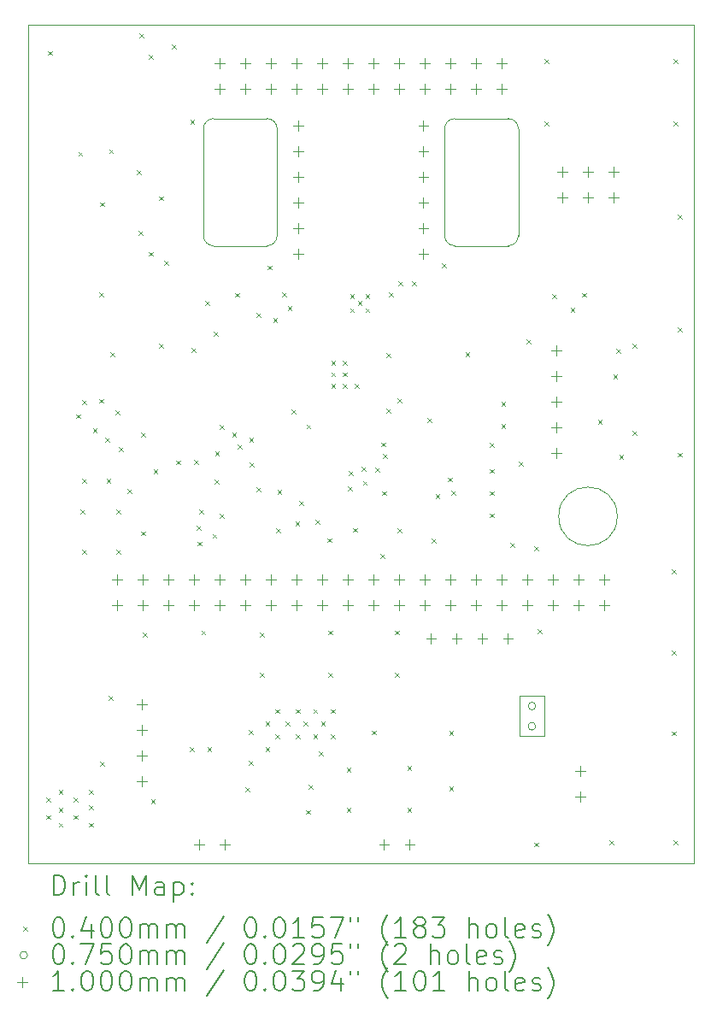
<source format=gbr>
%FSLAX45Y45*%
G04 Gerber Fmt 4.5, Leading zero omitted, Abs format (unit mm)*
G04 Created by KiCad (PCBNEW (6.0.0-0)) date 2022-06-02 03:35:11*
%MOMM*%
%LPD*%
G01*
G04 APERTURE LIST*
%TA.AperFunction,Profile*%
%ADD10C,0.050000*%
%TD*%
%TA.AperFunction,Profile*%
%ADD11C,0.100000*%
%TD*%
%ADD12C,0.200000*%
%ADD13C,0.040000*%
%ADD14C,0.075000*%
%ADD15C,0.100000*%
G04 APERTURE END LIST*
D10*
X10370100Y-8190000D02*
G75*
G03*
X10470100Y-8090000I0J100000D01*
G01*
D11*
X13120000Y-13049500D02*
X12870000Y-13049500D01*
X12870000Y-13049500D02*
X12870000Y-12649500D01*
X12870000Y-12649500D02*
X13120000Y-12649500D01*
X13120000Y-12649500D02*
X13120000Y-13049500D01*
D10*
X12229900Y-8190000D02*
X12759900Y-8190000D01*
X12229900Y-6930000D02*
G75*
G03*
X12129900Y-7030000I0J-100000D01*
G01*
X10370100Y-6930000D02*
X9840100Y-6930000D01*
X10470100Y-8090000D02*
X10470100Y-7030000D01*
X12859900Y-8090000D02*
X12859900Y-7030000D01*
X9740100Y-8090000D02*
G75*
G03*
X9840100Y-8190000I100000J0D01*
G01*
X8000000Y-14310000D02*
X8000000Y-6000000D01*
X10470100Y-7030000D02*
G75*
G03*
X10370100Y-6930000I-100000J0D01*
G01*
D11*
X13840000Y-10870000D02*
G75*
G03*
X13840000Y-10870000I-290000J0D01*
G01*
D10*
X12859900Y-7030000D02*
G75*
G03*
X12759900Y-6930000I-100000J0D01*
G01*
X12229900Y-6930000D02*
X12759900Y-6930000D01*
X12129900Y-8090000D02*
G75*
G03*
X12229900Y-8190000I100000J0D01*
G01*
X9840100Y-6930000D02*
G75*
G03*
X9740100Y-7030000I0J-100000D01*
G01*
X14600000Y-14310000D02*
X8000000Y-14310000D01*
X12129900Y-7030000D02*
X12129900Y-8090000D01*
X14600000Y-6000000D02*
X14600000Y-14310000D01*
X9740100Y-7030000D02*
X9740100Y-8090000D01*
X9840100Y-8190000D02*
X10370100Y-8190000D01*
X12759900Y-8190000D02*
G75*
G03*
X12859900Y-8090000I0J100000D01*
G01*
X8000000Y-6000000D02*
X14600000Y-6000000D01*
D12*
D13*
X8180000Y-13655000D02*
X8220000Y-13695000D01*
X8220000Y-13655000D02*
X8180000Y-13695000D01*
X8180000Y-13830000D02*
X8220000Y-13870000D01*
X8220000Y-13830000D02*
X8180000Y-13870000D01*
X8200000Y-6260000D02*
X8240000Y-6300000D01*
X8240000Y-6260000D02*
X8200000Y-6300000D01*
X8305000Y-13580000D02*
X8345000Y-13620000D01*
X8345000Y-13580000D02*
X8305000Y-13620000D01*
X8305000Y-13755000D02*
X8345000Y-13795000D01*
X8345000Y-13755000D02*
X8305000Y-13795000D01*
X8305000Y-13905000D02*
X8345000Y-13945000D01*
X8345000Y-13905000D02*
X8305000Y-13945000D01*
X8455000Y-13655000D02*
X8495000Y-13695000D01*
X8495000Y-13655000D02*
X8455000Y-13695000D01*
X8455000Y-13830000D02*
X8495000Y-13870000D01*
X8495000Y-13830000D02*
X8455000Y-13870000D01*
X8480000Y-9860000D02*
X8520000Y-9900000D01*
X8520000Y-9860000D02*
X8480000Y-9900000D01*
X8500000Y-7260000D02*
X8540000Y-7300000D01*
X8540000Y-7260000D02*
X8500000Y-7300000D01*
X8520000Y-10800000D02*
X8560000Y-10840000D01*
X8560000Y-10800000D02*
X8520000Y-10840000D01*
X8540000Y-9720000D02*
X8580000Y-9760000D01*
X8580000Y-9720000D02*
X8540000Y-9760000D01*
X8540000Y-10500000D02*
X8580000Y-10540000D01*
X8580000Y-10500000D02*
X8540000Y-10540000D01*
X8540000Y-11200000D02*
X8580000Y-11240000D01*
X8580000Y-11200000D02*
X8540000Y-11240000D01*
X8605000Y-13580000D02*
X8645000Y-13620000D01*
X8645000Y-13580000D02*
X8605000Y-13620000D01*
X8605000Y-13730000D02*
X8645000Y-13770000D01*
X8645000Y-13730000D02*
X8605000Y-13770000D01*
X8605000Y-13905000D02*
X8645000Y-13945000D01*
X8645000Y-13905000D02*
X8605000Y-13945000D01*
X8645000Y-10000000D02*
X8685000Y-10040000D01*
X8685000Y-10000000D02*
X8645000Y-10040000D01*
X8705000Y-8655000D02*
X8745000Y-8695000D01*
X8745000Y-8655000D02*
X8705000Y-8695000D01*
X8707500Y-9707000D02*
X8747500Y-9747000D01*
X8747500Y-9707000D02*
X8707500Y-9747000D01*
X8715000Y-7760000D02*
X8755000Y-7800000D01*
X8755000Y-7760000D02*
X8715000Y-7800000D01*
X8715400Y-13298300D02*
X8755400Y-13338300D01*
X8755400Y-13298300D02*
X8715400Y-13338300D01*
X8770000Y-10090000D02*
X8810000Y-10130000D01*
X8810000Y-10090000D02*
X8770000Y-10130000D01*
X8780000Y-10500000D02*
X8820000Y-10540000D01*
X8820000Y-10500000D02*
X8780000Y-10540000D01*
X8802500Y-12646700D02*
X8842500Y-12686700D01*
X8842500Y-12646700D02*
X8802500Y-12686700D01*
X8805000Y-7235000D02*
X8845000Y-7275000D01*
X8845000Y-7235000D02*
X8805000Y-7275000D01*
X8820000Y-9245000D02*
X8860000Y-9285000D01*
X8860000Y-9245000D02*
X8820000Y-9285000D01*
X8870000Y-9820000D02*
X8910000Y-9860000D01*
X8910000Y-9820000D02*
X8870000Y-9860000D01*
X8880000Y-10800000D02*
X8920000Y-10840000D01*
X8920000Y-10800000D02*
X8880000Y-10840000D01*
X8880000Y-11200000D02*
X8920000Y-11240000D01*
X8920000Y-11200000D02*
X8880000Y-11240000D01*
X8900000Y-10185000D02*
X8940000Y-10225000D01*
X8940000Y-10185000D02*
X8900000Y-10225000D01*
X8985000Y-10600000D02*
X9025000Y-10640000D01*
X9025000Y-10600000D02*
X8985000Y-10640000D01*
X9080000Y-7440000D02*
X9120000Y-7480000D01*
X9120000Y-7440000D02*
X9080000Y-7480000D01*
X9100000Y-8040000D02*
X9140000Y-8080000D01*
X9140000Y-8040000D02*
X9100000Y-8080000D01*
X9105000Y-6090000D02*
X9145000Y-6130000D01*
X9145000Y-6090000D02*
X9105000Y-6130000D01*
X9120000Y-10040000D02*
X9160000Y-10080000D01*
X9160000Y-10040000D02*
X9120000Y-10080000D01*
X9120000Y-11020000D02*
X9160000Y-11060000D01*
X9160000Y-11020000D02*
X9120000Y-11060000D01*
X9140000Y-12020000D02*
X9180000Y-12060000D01*
X9180000Y-12020000D02*
X9140000Y-12060000D01*
X9200000Y-6300000D02*
X9240000Y-6340000D01*
X9240000Y-6300000D02*
X9200000Y-6340000D01*
X9200000Y-8250000D02*
X9240000Y-8290000D01*
X9240000Y-8250000D02*
X9200000Y-8290000D01*
X9220500Y-13670500D02*
X9260500Y-13710500D01*
X9260500Y-13670500D02*
X9220500Y-13710500D01*
X9245000Y-10405000D02*
X9285000Y-10445000D01*
X9285000Y-10405000D02*
X9245000Y-10445000D01*
X9300000Y-7700000D02*
X9340000Y-7740000D01*
X9340000Y-7700000D02*
X9300000Y-7740000D01*
X9300000Y-9160000D02*
X9340000Y-9200000D01*
X9340000Y-9160000D02*
X9300000Y-9200000D01*
X9350000Y-8340000D02*
X9390000Y-8380000D01*
X9390000Y-8340000D02*
X9350000Y-8380000D01*
X9425000Y-6195000D02*
X9465000Y-6235000D01*
X9465000Y-6195000D02*
X9425000Y-6235000D01*
X9468000Y-10316200D02*
X9508000Y-10356200D01*
X9508000Y-10316200D02*
X9468000Y-10356200D01*
X9605000Y-13155000D02*
X9645000Y-13195000D01*
X9645000Y-13155000D02*
X9605000Y-13195000D01*
X9610000Y-6940000D02*
X9650000Y-6980000D01*
X9650000Y-6940000D02*
X9610000Y-6980000D01*
X9620000Y-9200000D02*
X9660000Y-9240000D01*
X9660000Y-9200000D02*
X9620000Y-9240000D01*
X9648500Y-10309200D02*
X9688500Y-10349200D01*
X9688500Y-10309200D02*
X9648500Y-10349200D01*
X9672600Y-10963400D02*
X9712600Y-11003400D01*
X9712600Y-10963400D02*
X9672600Y-11003400D01*
X9683400Y-11119900D02*
X9723400Y-11159900D01*
X9723400Y-11119900D02*
X9683400Y-11159900D01*
X9698600Y-10800300D02*
X9738600Y-10840300D01*
X9738600Y-10800300D02*
X9698600Y-10840300D01*
X9720000Y-12000000D02*
X9760000Y-12040000D01*
X9760000Y-12000000D02*
X9720000Y-12040000D01*
X9760000Y-8735000D02*
X9800000Y-8775000D01*
X9800000Y-8735000D02*
X9760000Y-8775000D01*
X9780000Y-13155000D02*
X9820000Y-13195000D01*
X9820000Y-13155000D02*
X9780000Y-13195000D01*
X9829600Y-11045200D02*
X9869600Y-11085200D01*
X9869600Y-11045200D02*
X9829600Y-11085200D01*
X9840000Y-9040000D02*
X9880000Y-9080000D01*
X9880000Y-9040000D02*
X9840000Y-9080000D01*
X9849000Y-10506500D02*
X9889000Y-10546500D01*
X9889000Y-10506500D02*
X9849000Y-10546500D01*
X9856000Y-10230200D02*
X9896000Y-10270200D01*
X9896000Y-10230200D02*
X9856000Y-10270200D01*
X9899400Y-10846300D02*
X9939400Y-10886300D01*
X9939400Y-10846300D02*
X9899400Y-10886300D01*
X9903800Y-9966100D02*
X9943800Y-10006100D01*
X9943800Y-9966100D02*
X9903800Y-10006100D01*
X10025200Y-10038200D02*
X10065200Y-10078200D01*
X10065200Y-10038200D02*
X10025200Y-10078200D01*
X10053600Y-8656800D02*
X10093600Y-8696800D01*
X10093600Y-8656800D02*
X10053600Y-8696800D01*
X10081300Y-10158800D02*
X10121300Y-10198800D01*
X10121300Y-10158800D02*
X10081300Y-10198800D01*
X10155000Y-13555000D02*
X10195000Y-13595000D01*
X10195000Y-13555000D02*
X10155000Y-13595000D01*
X10188700Y-13289700D02*
X10228700Y-13329700D01*
X10228700Y-13289700D02*
X10188700Y-13329700D01*
X10191900Y-12989000D02*
X10231900Y-13029000D01*
X10231900Y-12989000D02*
X10191900Y-13029000D01*
X10195000Y-10090000D02*
X10235000Y-10130000D01*
X10235000Y-10090000D02*
X10195000Y-10130000D01*
X10196100Y-10336200D02*
X10236100Y-10376200D01*
X10236100Y-10336200D02*
X10196100Y-10376200D01*
X10266000Y-10584500D02*
X10306000Y-10624500D01*
X10306000Y-10584500D02*
X10266000Y-10624500D01*
X10268800Y-8853700D02*
X10308800Y-8893700D01*
X10308800Y-8853700D02*
X10268800Y-8893700D01*
X10300000Y-12020000D02*
X10340000Y-12060000D01*
X10340000Y-12020000D02*
X10300000Y-12060000D01*
X10300000Y-12420000D02*
X10340000Y-12460000D01*
X10340000Y-12420000D02*
X10300000Y-12460000D01*
X10355000Y-12905000D02*
X10395000Y-12945000D01*
X10395000Y-12905000D02*
X10355000Y-12945000D01*
X10355000Y-13155000D02*
X10395000Y-13195000D01*
X10395000Y-13155000D02*
X10355000Y-13195000D01*
X10378500Y-8385400D02*
X10418500Y-8425400D01*
X10418500Y-8385400D02*
X10378500Y-8425400D01*
X10430000Y-8905000D02*
X10470000Y-8945000D01*
X10470000Y-8905000D02*
X10430000Y-8945000D01*
X10455000Y-12780000D02*
X10495000Y-12820000D01*
X10495000Y-12780000D02*
X10455000Y-12820000D01*
X10455000Y-13030000D02*
X10495000Y-13070000D01*
X10495000Y-13030000D02*
X10455000Y-13070000D01*
X10459600Y-10986500D02*
X10499600Y-11026500D01*
X10499600Y-10986500D02*
X10459600Y-11026500D01*
X10473200Y-10607450D02*
X10513200Y-10647450D01*
X10513200Y-10607450D02*
X10473200Y-10647450D01*
X10521900Y-8655400D02*
X10561900Y-8695400D01*
X10561900Y-8655400D02*
X10521900Y-8695400D01*
X10555000Y-12905000D02*
X10595000Y-12945000D01*
X10595000Y-12905000D02*
X10555000Y-12945000D01*
X10575000Y-8785000D02*
X10615000Y-8825000D01*
X10615000Y-8785000D02*
X10575000Y-8825000D01*
X10610900Y-9810400D02*
X10650900Y-9850400D01*
X10650900Y-9810400D02*
X10610900Y-9850400D01*
X10651400Y-10921100D02*
X10691400Y-10961100D01*
X10691400Y-10921100D02*
X10651400Y-10961100D01*
X10655000Y-12780000D02*
X10695000Y-12820000D01*
X10695000Y-12780000D02*
X10655000Y-12820000D01*
X10655000Y-13030000D02*
X10695000Y-13070000D01*
X10695000Y-13030000D02*
X10655000Y-13070000D01*
X10688800Y-10716200D02*
X10728800Y-10756200D01*
X10728800Y-10716200D02*
X10688800Y-10756200D01*
X10730000Y-12905000D02*
X10770000Y-12945000D01*
X10770000Y-12905000D02*
X10730000Y-12945000D01*
X10755000Y-13780000D02*
X10795000Y-13820000D01*
X10795000Y-13780000D02*
X10755000Y-13820000D01*
X10760000Y-9960000D02*
X10800000Y-10000000D01*
X10800000Y-9960000D02*
X10760000Y-10000000D01*
X10780000Y-13530000D02*
X10820000Y-13570000D01*
X10820000Y-13530000D02*
X10780000Y-13570000D01*
X10830000Y-12780000D02*
X10870000Y-12820000D01*
X10870000Y-12780000D02*
X10830000Y-12820000D01*
X10830000Y-13030000D02*
X10870000Y-13070000D01*
X10870000Y-13030000D02*
X10830000Y-13070000D01*
X10848000Y-10904100D02*
X10888000Y-10944100D01*
X10888000Y-10904100D02*
X10848000Y-10944100D01*
X10881500Y-13199400D02*
X10921500Y-13239400D01*
X10921500Y-13199400D02*
X10881500Y-13239400D01*
X10905000Y-12905000D02*
X10945000Y-12945000D01*
X10945000Y-12905000D02*
X10905000Y-12945000D01*
X10970500Y-11087700D02*
X11010500Y-11127700D01*
X11010500Y-11087700D02*
X10970500Y-11127700D01*
X10980000Y-12000000D02*
X11020000Y-12040000D01*
X11020000Y-12000000D02*
X10980000Y-12040000D01*
X10980000Y-12420000D02*
X11020000Y-12460000D01*
X11020000Y-12420000D02*
X10980000Y-12460000D01*
X11005000Y-12780000D02*
X11045000Y-12820000D01*
X11045000Y-12780000D02*
X11005000Y-12820000D01*
X11005000Y-13030000D02*
X11045000Y-13070000D01*
X11045000Y-13030000D02*
X11005000Y-13070000D01*
X11007000Y-9328000D02*
X11047000Y-9368000D01*
X11047000Y-9328000D02*
X11007000Y-9368000D01*
X11007000Y-9444000D02*
X11047000Y-9484000D01*
X11047000Y-9444000D02*
X11007000Y-9484000D01*
X11007000Y-9560000D02*
X11047000Y-9600000D01*
X11047000Y-9560000D02*
X11007000Y-9600000D01*
X11123000Y-9328000D02*
X11163000Y-9368000D01*
X11163000Y-9328000D02*
X11123000Y-9368000D01*
X11123000Y-9444000D02*
X11163000Y-9484000D01*
X11163000Y-9444000D02*
X11123000Y-9484000D01*
X11123000Y-9560000D02*
X11163000Y-9600000D01*
X11163000Y-9560000D02*
X11123000Y-9600000D01*
X11160000Y-13360000D02*
X11200000Y-13400000D01*
X11200000Y-13360000D02*
X11160000Y-13400000D01*
X11160000Y-13760000D02*
X11200000Y-13800000D01*
X11200000Y-13760000D02*
X11160000Y-13800000D01*
X11173470Y-10575070D02*
X11213470Y-10615070D01*
X11213470Y-10575070D02*
X11173470Y-10615070D01*
X11177800Y-10421800D02*
X11217800Y-10461800D01*
X11217800Y-10421800D02*
X11177800Y-10461800D01*
X11194000Y-8666500D02*
X11234000Y-8706500D01*
X11234000Y-8666500D02*
X11194000Y-8706500D01*
X11194000Y-8808500D02*
X11234000Y-8848500D01*
X11234000Y-8808500D02*
X11194000Y-8848500D01*
X11222000Y-10984300D02*
X11262000Y-11024300D01*
X11262000Y-10984300D02*
X11222000Y-11024300D01*
X11239000Y-9560000D02*
X11279000Y-9600000D01*
X11279000Y-9560000D02*
X11239000Y-9600000D01*
X11270000Y-8737500D02*
X11310000Y-8777500D01*
X11310000Y-8737500D02*
X11270000Y-8777500D01*
X11309400Y-10377300D02*
X11349400Y-10417300D01*
X11349400Y-10377300D02*
X11309400Y-10417300D01*
X11319800Y-10518800D02*
X11359800Y-10558800D01*
X11359800Y-10518800D02*
X11319800Y-10558800D01*
X11346000Y-8666500D02*
X11386000Y-8706500D01*
X11386000Y-8666500D02*
X11346000Y-8706500D01*
X11346000Y-8808500D02*
X11386000Y-8848500D01*
X11386000Y-8808500D02*
X11346000Y-8848500D01*
X11410200Y-12991800D02*
X11450200Y-13031800D01*
X11450200Y-12991800D02*
X11410200Y-13031800D01*
X11444400Y-10390500D02*
X11484400Y-10430500D01*
X11484400Y-10390500D02*
X11444400Y-10430500D01*
X11492800Y-11240200D02*
X11532800Y-11280200D01*
X11532800Y-11240200D02*
X11492800Y-11280200D01*
X11500100Y-10137300D02*
X11540100Y-10177300D01*
X11540100Y-10137300D02*
X11500100Y-10177300D01*
X11509400Y-10621700D02*
X11549400Y-10661700D01*
X11549400Y-10621700D02*
X11509400Y-10661700D01*
X11521100Y-10255600D02*
X11561100Y-10295600D01*
X11561100Y-10255600D02*
X11521100Y-10295600D01*
X11553700Y-9801800D02*
X11593700Y-9841800D01*
X11593700Y-9801800D02*
X11553700Y-9841800D01*
X11555000Y-9255000D02*
X11595000Y-9295000D01*
X11595000Y-9255000D02*
X11555000Y-9295000D01*
X11580000Y-8655000D02*
X11620000Y-8695000D01*
X11620000Y-8655000D02*
X11580000Y-8695000D01*
X11640000Y-12000000D02*
X11680000Y-12040000D01*
X11680000Y-12000000D02*
X11640000Y-12040000D01*
X11640000Y-12420000D02*
X11680000Y-12460000D01*
X11680000Y-12420000D02*
X11640000Y-12460000D01*
X11661000Y-9700500D02*
X11701000Y-9740500D01*
X11701000Y-9700500D02*
X11661000Y-9740500D01*
X11661500Y-10987500D02*
X11701500Y-11027500D01*
X11701500Y-10987500D02*
X11661500Y-11027500D01*
X11671900Y-8543100D02*
X11711900Y-8583100D01*
X11711900Y-8543100D02*
X11671900Y-8583100D01*
X11760000Y-13340000D02*
X11800000Y-13380000D01*
X11800000Y-13340000D02*
X11760000Y-13380000D01*
X11760000Y-13760000D02*
X11800000Y-13800000D01*
X11800000Y-13760000D02*
X11760000Y-13800000D01*
X11809400Y-8544000D02*
X11849400Y-8584000D01*
X11849400Y-8544000D02*
X11809400Y-8584000D01*
X11961300Y-9898000D02*
X12001300Y-9938000D01*
X12001300Y-9898000D02*
X11961300Y-9938000D01*
X11999400Y-11087800D02*
X12039400Y-11127800D01*
X12039400Y-11087800D02*
X11999400Y-11127800D01*
X12040000Y-10650000D02*
X12080000Y-10690000D01*
X12080000Y-10650000D02*
X12040000Y-10690000D01*
X12102500Y-8363700D02*
X12142500Y-8403700D01*
X12142500Y-8363700D02*
X12102500Y-8403700D01*
X12164800Y-10485600D02*
X12204800Y-10525600D01*
X12204800Y-10485600D02*
X12164800Y-10525600D01*
X12175700Y-12998300D02*
X12215700Y-13038300D01*
X12215700Y-12998300D02*
X12175700Y-13038300D01*
X12175700Y-13546500D02*
X12215700Y-13586500D01*
X12215700Y-13546500D02*
X12175700Y-13586500D01*
X12194000Y-10614000D02*
X12234000Y-10654000D01*
X12234000Y-10614000D02*
X12194000Y-10654000D01*
X12335000Y-9243600D02*
X12375000Y-9283600D01*
X12375000Y-9243600D02*
X12335000Y-9283600D01*
X12580000Y-10140000D02*
X12620000Y-10180000D01*
X12620000Y-10140000D02*
X12580000Y-10180000D01*
X12580000Y-10400000D02*
X12620000Y-10440000D01*
X12620000Y-10400000D02*
X12580000Y-10440000D01*
X12580000Y-10620000D02*
X12620000Y-10660000D01*
X12620000Y-10620000D02*
X12580000Y-10660000D01*
X12580000Y-10840000D02*
X12620000Y-10880000D01*
X12620000Y-10840000D02*
X12580000Y-10880000D01*
X12691300Y-9738400D02*
X12731300Y-9778400D01*
X12731300Y-9738400D02*
X12691300Y-9778400D01*
X12692700Y-9954300D02*
X12732700Y-9994300D01*
X12732700Y-9954300D02*
X12692700Y-9994300D01*
X12779300Y-11136000D02*
X12819300Y-11176000D01*
X12819300Y-11136000D02*
X12779300Y-11176000D01*
X12864400Y-10331200D02*
X12904400Y-10371200D01*
X12904400Y-10331200D02*
X12864400Y-10371200D01*
X12940000Y-9120000D02*
X12980000Y-9160000D01*
X12980000Y-9120000D02*
X12940000Y-9160000D01*
X13015300Y-11168700D02*
X13055300Y-11208700D01*
X13055300Y-11168700D02*
X13015300Y-11208700D01*
X13020000Y-14100000D02*
X13060000Y-14140000D01*
X13060000Y-14100000D02*
X13020000Y-14140000D01*
X13049400Y-11988900D02*
X13089400Y-12028900D01*
X13089400Y-11988900D02*
X13049400Y-12028900D01*
X13120000Y-6340000D02*
X13160000Y-6380000D01*
X13160000Y-6340000D02*
X13120000Y-6380000D01*
X13120000Y-6960000D02*
X13160000Y-7000000D01*
X13160000Y-6960000D02*
X13120000Y-7000000D01*
X13197700Y-8667100D02*
X13237700Y-8707100D01*
X13237700Y-8667100D02*
X13197700Y-8707100D01*
X13376400Y-8802200D02*
X13416400Y-8842200D01*
X13416400Y-8802200D02*
X13376400Y-8842200D01*
X13492100Y-8657300D02*
X13532100Y-8697300D01*
X13532100Y-8657300D02*
X13492100Y-8697300D01*
X13647900Y-9911300D02*
X13687900Y-9951300D01*
X13687900Y-9911300D02*
X13647900Y-9951300D01*
X13760000Y-14080000D02*
X13800000Y-14120000D01*
X13800000Y-14080000D02*
X13760000Y-14120000D01*
X13799600Y-9463000D02*
X13839600Y-9503000D01*
X13839600Y-9463000D02*
X13799600Y-9503000D01*
X13832700Y-9209000D02*
X13872700Y-9249000D01*
X13872700Y-9209000D02*
X13832700Y-9249000D01*
X13860000Y-10260000D02*
X13900000Y-10300000D01*
X13900000Y-10260000D02*
X13860000Y-10300000D01*
X13992200Y-10026600D02*
X14032200Y-10066600D01*
X14032200Y-10026600D02*
X13992200Y-10066600D01*
X13993900Y-9159200D02*
X14033900Y-9199200D01*
X14033900Y-9159200D02*
X13993900Y-9199200D01*
X14378300Y-11398300D02*
X14418300Y-11438300D01*
X14418300Y-11398300D02*
X14378300Y-11438300D01*
X14380000Y-12200000D02*
X14420000Y-12240000D01*
X14420000Y-12200000D02*
X14380000Y-12240000D01*
X14380000Y-13000000D02*
X14420000Y-13040000D01*
X14420000Y-13000000D02*
X14380000Y-13040000D01*
X14400000Y-6340000D02*
X14440000Y-6380000D01*
X14440000Y-6340000D02*
X14400000Y-6380000D01*
X14400000Y-6960000D02*
X14440000Y-7000000D01*
X14440000Y-6960000D02*
X14400000Y-7000000D01*
X14400000Y-14080000D02*
X14440000Y-14120000D01*
X14440000Y-14080000D02*
X14400000Y-14120000D01*
X14440000Y-7880000D02*
X14480000Y-7920000D01*
X14480000Y-7880000D02*
X14440000Y-7920000D01*
X14440000Y-9000000D02*
X14480000Y-9040000D01*
X14480000Y-9000000D02*
X14440000Y-9040000D01*
X14440000Y-10240000D02*
X14480000Y-10280000D01*
X14480000Y-10240000D02*
X14440000Y-10280000D01*
D14*
X13032500Y-12749500D02*
G75*
G03*
X13032500Y-12749500I-37500J0D01*
G01*
X13032500Y-12949500D02*
G75*
G03*
X13032500Y-12949500I-37500J0D01*
G01*
D15*
X8887000Y-11443400D02*
X8887000Y-11543400D01*
X8837000Y-11493400D02*
X8937000Y-11493400D01*
X8887000Y-11697400D02*
X8887000Y-11797400D01*
X8837000Y-11747400D02*
X8937000Y-11747400D01*
X9130000Y-12679300D02*
X9130000Y-12779300D01*
X9080000Y-12729300D02*
X9180000Y-12729300D01*
X9130000Y-12933300D02*
X9130000Y-13033300D01*
X9080000Y-12983300D02*
X9180000Y-12983300D01*
X9130000Y-13187300D02*
X9130000Y-13287300D01*
X9080000Y-13237300D02*
X9180000Y-13237300D01*
X9130000Y-13441300D02*
X9130000Y-13541300D01*
X9080000Y-13491300D02*
X9180000Y-13491300D01*
X9141000Y-11443400D02*
X9141000Y-11543400D01*
X9091000Y-11493400D02*
X9191000Y-11493400D01*
X9141000Y-11697400D02*
X9141000Y-11797400D01*
X9091000Y-11747400D02*
X9191000Y-11747400D01*
X9395000Y-11443400D02*
X9395000Y-11543400D01*
X9345000Y-11493400D02*
X9445000Y-11493400D01*
X9395000Y-11697400D02*
X9395000Y-11797400D01*
X9345000Y-11747400D02*
X9445000Y-11747400D01*
X9649000Y-11443400D02*
X9649000Y-11543400D01*
X9599000Y-11493400D02*
X9699000Y-11493400D01*
X9649000Y-11697400D02*
X9649000Y-11797400D01*
X9599000Y-11747400D02*
X9699000Y-11747400D01*
X9696000Y-14069500D02*
X9696000Y-14169500D01*
X9646000Y-14119500D02*
X9746000Y-14119500D01*
X9903000Y-6331000D02*
X9903000Y-6431000D01*
X9853000Y-6381000D02*
X9953000Y-6381000D01*
X9903000Y-6585000D02*
X9903000Y-6685000D01*
X9853000Y-6635000D02*
X9953000Y-6635000D01*
X9903000Y-11443400D02*
X9903000Y-11543400D01*
X9853000Y-11493400D02*
X9953000Y-11493400D01*
X9903000Y-11697400D02*
X9903000Y-11797400D01*
X9853000Y-11747400D02*
X9953000Y-11747400D01*
X9950000Y-14069500D02*
X9950000Y-14169500D01*
X9900000Y-14119500D02*
X10000000Y-14119500D01*
X10157000Y-6331000D02*
X10157000Y-6431000D01*
X10107000Y-6381000D02*
X10207000Y-6381000D01*
X10157000Y-6585000D02*
X10157000Y-6685000D01*
X10107000Y-6635000D02*
X10207000Y-6635000D01*
X10157000Y-11443400D02*
X10157000Y-11543400D01*
X10107000Y-11493400D02*
X10207000Y-11493400D01*
X10157000Y-11697400D02*
X10157000Y-11797400D01*
X10107000Y-11747400D02*
X10207000Y-11747400D01*
X10411000Y-6331000D02*
X10411000Y-6431000D01*
X10361000Y-6381000D02*
X10461000Y-6381000D01*
X10411000Y-6585000D02*
X10411000Y-6685000D01*
X10361000Y-6635000D02*
X10461000Y-6635000D01*
X10411000Y-11443400D02*
X10411000Y-11543400D01*
X10361000Y-11493400D02*
X10461000Y-11493400D01*
X10411000Y-11697400D02*
X10411000Y-11797400D01*
X10361000Y-11747400D02*
X10461000Y-11747400D01*
X10665000Y-6331000D02*
X10665000Y-6431000D01*
X10615000Y-6381000D02*
X10715000Y-6381000D01*
X10665000Y-6585000D02*
X10665000Y-6685000D01*
X10615000Y-6635000D02*
X10715000Y-6635000D01*
X10665000Y-11443400D02*
X10665000Y-11543400D01*
X10615000Y-11493400D02*
X10715000Y-11493400D01*
X10665000Y-11697400D02*
X10665000Y-11797400D01*
X10615000Y-11747400D02*
X10715000Y-11747400D01*
X10680100Y-6948300D02*
X10680100Y-7048300D01*
X10630100Y-6998300D02*
X10730100Y-6998300D01*
X10680100Y-7202300D02*
X10680100Y-7302300D01*
X10630100Y-7252300D02*
X10730100Y-7252300D01*
X10680100Y-7456300D02*
X10680100Y-7556300D01*
X10630100Y-7506300D02*
X10730100Y-7506300D01*
X10680100Y-7710300D02*
X10680100Y-7810300D01*
X10630100Y-7760300D02*
X10730100Y-7760300D01*
X10680100Y-7964300D02*
X10680100Y-8064300D01*
X10630100Y-8014300D02*
X10730100Y-8014300D01*
X10680100Y-8218300D02*
X10680100Y-8318300D01*
X10630100Y-8268300D02*
X10730100Y-8268300D01*
X10919000Y-6331000D02*
X10919000Y-6431000D01*
X10869000Y-6381000D02*
X10969000Y-6381000D01*
X10919000Y-6585000D02*
X10919000Y-6685000D01*
X10869000Y-6635000D02*
X10969000Y-6635000D01*
X10919000Y-11443400D02*
X10919000Y-11543400D01*
X10869000Y-11493400D02*
X10969000Y-11493400D01*
X10919000Y-11697400D02*
X10919000Y-11797400D01*
X10869000Y-11747400D02*
X10969000Y-11747400D01*
X11173000Y-6331000D02*
X11173000Y-6431000D01*
X11123000Y-6381000D02*
X11223000Y-6381000D01*
X11173000Y-6585000D02*
X11173000Y-6685000D01*
X11123000Y-6635000D02*
X11223000Y-6635000D01*
X11173000Y-11443400D02*
X11173000Y-11543400D01*
X11123000Y-11493400D02*
X11223000Y-11493400D01*
X11173000Y-11697400D02*
X11173000Y-11797400D01*
X11123000Y-11747400D02*
X11223000Y-11747400D01*
X11427000Y-6331000D02*
X11427000Y-6431000D01*
X11377000Y-6381000D02*
X11477000Y-6381000D01*
X11427000Y-6585000D02*
X11427000Y-6685000D01*
X11377000Y-6635000D02*
X11477000Y-6635000D01*
X11427000Y-11443400D02*
X11427000Y-11543400D01*
X11377000Y-11493400D02*
X11477000Y-11493400D01*
X11427000Y-11697400D02*
X11427000Y-11797400D01*
X11377000Y-11747400D02*
X11477000Y-11747400D01*
X11530000Y-14069500D02*
X11530000Y-14169500D01*
X11480000Y-14119500D02*
X11580000Y-14119500D01*
X11681000Y-6331000D02*
X11681000Y-6431000D01*
X11631000Y-6381000D02*
X11731000Y-6381000D01*
X11681000Y-6585000D02*
X11681000Y-6685000D01*
X11631000Y-6635000D02*
X11731000Y-6635000D01*
X11681000Y-11443400D02*
X11681000Y-11543400D01*
X11631000Y-11493400D02*
X11731000Y-11493400D01*
X11681000Y-11697400D02*
X11681000Y-11797400D01*
X11631000Y-11747400D02*
X11731000Y-11747400D01*
X11784000Y-14069500D02*
X11784000Y-14169500D01*
X11734000Y-14119500D02*
X11834000Y-14119500D01*
X11919900Y-6948300D02*
X11919900Y-7048300D01*
X11869900Y-6998300D02*
X11969900Y-6998300D01*
X11919900Y-7202300D02*
X11919900Y-7302300D01*
X11869900Y-7252300D02*
X11969900Y-7252300D01*
X11919900Y-7456300D02*
X11919900Y-7556300D01*
X11869900Y-7506300D02*
X11969900Y-7506300D01*
X11919900Y-7710300D02*
X11919900Y-7810300D01*
X11869900Y-7760300D02*
X11969900Y-7760300D01*
X11919900Y-7964300D02*
X11919900Y-8064300D01*
X11869900Y-8014300D02*
X11969900Y-8014300D01*
X11919900Y-8218300D02*
X11919900Y-8318300D01*
X11869900Y-8268300D02*
X11969900Y-8268300D01*
X11935000Y-6331000D02*
X11935000Y-6431000D01*
X11885000Y-6381000D02*
X11985000Y-6381000D01*
X11935000Y-6585000D02*
X11935000Y-6685000D01*
X11885000Y-6635000D02*
X11985000Y-6635000D01*
X11935000Y-11443400D02*
X11935000Y-11543400D01*
X11885000Y-11493400D02*
X11985000Y-11493400D01*
X11935000Y-11697400D02*
X11935000Y-11797400D01*
X11885000Y-11747400D02*
X11985000Y-11747400D01*
X11996000Y-12029500D02*
X11996000Y-12129500D01*
X11946000Y-12079500D02*
X12046000Y-12079500D01*
X12189000Y-6331000D02*
X12189000Y-6431000D01*
X12139000Y-6381000D02*
X12239000Y-6381000D01*
X12189000Y-6585000D02*
X12189000Y-6685000D01*
X12139000Y-6635000D02*
X12239000Y-6635000D01*
X12189000Y-11443400D02*
X12189000Y-11543400D01*
X12139000Y-11493400D02*
X12239000Y-11493400D01*
X12189000Y-11697400D02*
X12189000Y-11797400D01*
X12139000Y-11747400D02*
X12239000Y-11747400D01*
X12250000Y-12029500D02*
X12250000Y-12129500D01*
X12200000Y-12079500D02*
X12300000Y-12079500D01*
X12443000Y-6331000D02*
X12443000Y-6431000D01*
X12393000Y-6381000D02*
X12493000Y-6381000D01*
X12443000Y-6585000D02*
X12443000Y-6685000D01*
X12393000Y-6635000D02*
X12493000Y-6635000D01*
X12443000Y-11443400D02*
X12443000Y-11543400D01*
X12393000Y-11493400D02*
X12493000Y-11493400D01*
X12443000Y-11697400D02*
X12443000Y-11797400D01*
X12393000Y-11747400D02*
X12493000Y-11747400D01*
X12504000Y-12029500D02*
X12504000Y-12129500D01*
X12454000Y-12079500D02*
X12554000Y-12079500D01*
X12697000Y-6331000D02*
X12697000Y-6431000D01*
X12647000Y-6381000D02*
X12747000Y-6381000D01*
X12697000Y-6585000D02*
X12697000Y-6685000D01*
X12647000Y-6635000D02*
X12747000Y-6635000D01*
X12697000Y-11443400D02*
X12697000Y-11543400D01*
X12647000Y-11493400D02*
X12747000Y-11493400D01*
X12697000Y-11697400D02*
X12697000Y-11797400D01*
X12647000Y-11747400D02*
X12747000Y-11747400D01*
X12758000Y-12029500D02*
X12758000Y-12129500D01*
X12708000Y-12079500D02*
X12808000Y-12079500D01*
X12951000Y-11443400D02*
X12951000Y-11543400D01*
X12901000Y-11493400D02*
X13001000Y-11493400D01*
X12951000Y-11697400D02*
X12951000Y-11797400D01*
X12901000Y-11747400D02*
X13001000Y-11747400D01*
X13205000Y-11443400D02*
X13205000Y-11543400D01*
X13155000Y-11493400D02*
X13255000Y-11493400D01*
X13205000Y-11697400D02*
X13205000Y-11797400D01*
X13155000Y-11747400D02*
X13255000Y-11747400D01*
X13233300Y-9178400D02*
X13233300Y-9278400D01*
X13183300Y-9228400D02*
X13283300Y-9228400D01*
X13233300Y-9432400D02*
X13233300Y-9532400D01*
X13183300Y-9482400D02*
X13283300Y-9482400D01*
X13233300Y-9686400D02*
X13233300Y-9786400D01*
X13183300Y-9736400D02*
X13283300Y-9736400D01*
X13233300Y-9940400D02*
X13233300Y-10040400D01*
X13183300Y-9990400D02*
X13283300Y-9990400D01*
X13233300Y-10194400D02*
X13233300Y-10294400D01*
X13183300Y-10244400D02*
X13283300Y-10244400D01*
X13298500Y-7408300D02*
X13298500Y-7508300D01*
X13248500Y-7458300D02*
X13348500Y-7458300D01*
X13298500Y-7662300D02*
X13298500Y-7762300D01*
X13248500Y-7712300D02*
X13348500Y-7712300D01*
X13459000Y-11443400D02*
X13459000Y-11543400D01*
X13409000Y-11493400D02*
X13509000Y-11493400D01*
X13459000Y-11697400D02*
X13459000Y-11797400D01*
X13409000Y-11747400D02*
X13509000Y-11747400D01*
X13475000Y-13345500D02*
X13475000Y-13445500D01*
X13425000Y-13395500D02*
X13525000Y-13395500D01*
X13475000Y-13599500D02*
X13475000Y-13699500D01*
X13425000Y-13649500D02*
X13525000Y-13649500D01*
X13552500Y-7408300D02*
X13552500Y-7508300D01*
X13502500Y-7458300D02*
X13602500Y-7458300D01*
X13552500Y-7662300D02*
X13552500Y-7762300D01*
X13502500Y-7712300D02*
X13602500Y-7712300D01*
X13713000Y-11443400D02*
X13713000Y-11543400D01*
X13663000Y-11493400D02*
X13763000Y-11493400D01*
X13713000Y-11697400D02*
X13713000Y-11797400D01*
X13663000Y-11747400D02*
X13763000Y-11747400D01*
X13806500Y-7408300D02*
X13806500Y-7508300D01*
X13756500Y-7458300D02*
X13856500Y-7458300D01*
X13806500Y-7662300D02*
X13806500Y-7762300D01*
X13756500Y-7712300D02*
X13856500Y-7712300D01*
D12*
X8255119Y-14622976D02*
X8255119Y-14422976D01*
X8302738Y-14422976D01*
X8331309Y-14432500D01*
X8350357Y-14451548D01*
X8359881Y-14470595D01*
X8369405Y-14508690D01*
X8369405Y-14537262D01*
X8359881Y-14575357D01*
X8350357Y-14594405D01*
X8331309Y-14613452D01*
X8302738Y-14622976D01*
X8255119Y-14622976D01*
X8455119Y-14622976D02*
X8455119Y-14489643D01*
X8455119Y-14527738D02*
X8464643Y-14508690D01*
X8474167Y-14499167D01*
X8493214Y-14489643D01*
X8512262Y-14489643D01*
X8578929Y-14622976D02*
X8578929Y-14489643D01*
X8578929Y-14422976D02*
X8569405Y-14432500D01*
X8578929Y-14442024D01*
X8588452Y-14432500D01*
X8578929Y-14422976D01*
X8578929Y-14442024D01*
X8702738Y-14622976D02*
X8683690Y-14613452D01*
X8674167Y-14594405D01*
X8674167Y-14422976D01*
X8807500Y-14622976D02*
X8788452Y-14613452D01*
X8778929Y-14594405D01*
X8778929Y-14422976D01*
X9036071Y-14622976D02*
X9036071Y-14422976D01*
X9102738Y-14565833D01*
X9169405Y-14422976D01*
X9169405Y-14622976D01*
X9350357Y-14622976D02*
X9350357Y-14518214D01*
X9340833Y-14499167D01*
X9321786Y-14489643D01*
X9283690Y-14489643D01*
X9264643Y-14499167D01*
X9350357Y-14613452D02*
X9331310Y-14622976D01*
X9283690Y-14622976D01*
X9264643Y-14613452D01*
X9255119Y-14594405D01*
X9255119Y-14575357D01*
X9264643Y-14556309D01*
X9283690Y-14546786D01*
X9331310Y-14546786D01*
X9350357Y-14537262D01*
X9445595Y-14489643D02*
X9445595Y-14689643D01*
X9445595Y-14499167D02*
X9464643Y-14489643D01*
X9502738Y-14489643D01*
X9521786Y-14499167D01*
X9531310Y-14508690D01*
X9540833Y-14527738D01*
X9540833Y-14584881D01*
X9531310Y-14603928D01*
X9521786Y-14613452D01*
X9502738Y-14622976D01*
X9464643Y-14622976D01*
X9445595Y-14613452D01*
X9626548Y-14603928D02*
X9636071Y-14613452D01*
X9626548Y-14622976D01*
X9617024Y-14613452D01*
X9626548Y-14603928D01*
X9626548Y-14622976D01*
X9626548Y-14499167D02*
X9636071Y-14508690D01*
X9626548Y-14518214D01*
X9617024Y-14508690D01*
X9626548Y-14499167D01*
X9626548Y-14518214D01*
D13*
X7957500Y-14932500D02*
X7997500Y-14972500D01*
X7997500Y-14932500D02*
X7957500Y-14972500D01*
D12*
X8293214Y-14842976D02*
X8312262Y-14842976D01*
X8331309Y-14852500D01*
X8340833Y-14862024D01*
X8350357Y-14881071D01*
X8359881Y-14919167D01*
X8359881Y-14966786D01*
X8350357Y-15004881D01*
X8340833Y-15023928D01*
X8331309Y-15033452D01*
X8312262Y-15042976D01*
X8293214Y-15042976D01*
X8274167Y-15033452D01*
X8264643Y-15023928D01*
X8255119Y-15004881D01*
X8245595Y-14966786D01*
X8245595Y-14919167D01*
X8255119Y-14881071D01*
X8264643Y-14862024D01*
X8274167Y-14852500D01*
X8293214Y-14842976D01*
X8445595Y-15023928D02*
X8455119Y-15033452D01*
X8445595Y-15042976D01*
X8436071Y-15033452D01*
X8445595Y-15023928D01*
X8445595Y-15042976D01*
X8626548Y-14909643D02*
X8626548Y-15042976D01*
X8578929Y-14833452D02*
X8531310Y-14976309D01*
X8655119Y-14976309D01*
X8769405Y-14842976D02*
X8788452Y-14842976D01*
X8807500Y-14852500D01*
X8817024Y-14862024D01*
X8826548Y-14881071D01*
X8836071Y-14919167D01*
X8836071Y-14966786D01*
X8826548Y-15004881D01*
X8817024Y-15023928D01*
X8807500Y-15033452D01*
X8788452Y-15042976D01*
X8769405Y-15042976D01*
X8750357Y-15033452D01*
X8740833Y-15023928D01*
X8731310Y-15004881D01*
X8721786Y-14966786D01*
X8721786Y-14919167D01*
X8731310Y-14881071D01*
X8740833Y-14862024D01*
X8750357Y-14852500D01*
X8769405Y-14842976D01*
X8959881Y-14842976D02*
X8978929Y-14842976D01*
X8997976Y-14852500D01*
X9007500Y-14862024D01*
X9017024Y-14881071D01*
X9026548Y-14919167D01*
X9026548Y-14966786D01*
X9017024Y-15004881D01*
X9007500Y-15023928D01*
X8997976Y-15033452D01*
X8978929Y-15042976D01*
X8959881Y-15042976D01*
X8940833Y-15033452D01*
X8931310Y-15023928D01*
X8921786Y-15004881D01*
X8912262Y-14966786D01*
X8912262Y-14919167D01*
X8921786Y-14881071D01*
X8931310Y-14862024D01*
X8940833Y-14852500D01*
X8959881Y-14842976D01*
X9112262Y-15042976D02*
X9112262Y-14909643D01*
X9112262Y-14928690D02*
X9121786Y-14919167D01*
X9140833Y-14909643D01*
X9169405Y-14909643D01*
X9188452Y-14919167D01*
X9197976Y-14938214D01*
X9197976Y-15042976D01*
X9197976Y-14938214D02*
X9207500Y-14919167D01*
X9226548Y-14909643D01*
X9255119Y-14909643D01*
X9274167Y-14919167D01*
X9283690Y-14938214D01*
X9283690Y-15042976D01*
X9378929Y-15042976D02*
X9378929Y-14909643D01*
X9378929Y-14928690D02*
X9388452Y-14919167D01*
X9407500Y-14909643D01*
X9436071Y-14909643D01*
X9455119Y-14919167D01*
X9464643Y-14938214D01*
X9464643Y-15042976D01*
X9464643Y-14938214D02*
X9474167Y-14919167D01*
X9493214Y-14909643D01*
X9521786Y-14909643D01*
X9540833Y-14919167D01*
X9550357Y-14938214D01*
X9550357Y-15042976D01*
X9940833Y-14833452D02*
X9769405Y-15090595D01*
X10197976Y-14842976D02*
X10217024Y-14842976D01*
X10236071Y-14852500D01*
X10245595Y-14862024D01*
X10255119Y-14881071D01*
X10264643Y-14919167D01*
X10264643Y-14966786D01*
X10255119Y-15004881D01*
X10245595Y-15023928D01*
X10236071Y-15033452D01*
X10217024Y-15042976D01*
X10197976Y-15042976D01*
X10178929Y-15033452D01*
X10169405Y-15023928D01*
X10159881Y-15004881D01*
X10150357Y-14966786D01*
X10150357Y-14919167D01*
X10159881Y-14881071D01*
X10169405Y-14862024D01*
X10178929Y-14852500D01*
X10197976Y-14842976D01*
X10350357Y-15023928D02*
X10359881Y-15033452D01*
X10350357Y-15042976D01*
X10340833Y-15033452D01*
X10350357Y-15023928D01*
X10350357Y-15042976D01*
X10483690Y-14842976D02*
X10502738Y-14842976D01*
X10521786Y-14852500D01*
X10531310Y-14862024D01*
X10540833Y-14881071D01*
X10550357Y-14919167D01*
X10550357Y-14966786D01*
X10540833Y-15004881D01*
X10531310Y-15023928D01*
X10521786Y-15033452D01*
X10502738Y-15042976D01*
X10483690Y-15042976D01*
X10464643Y-15033452D01*
X10455119Y-15023928D01*
X10445595Y-15004881D01*
X10436071Y-14966786D01*
X10436071Y-14919167D01*
X10445595Y-14881071D01*
X10455119Y-14862024D01*
X10464643Y-14852500D01*
X10483690Y-14842976D01*
X10740833Y-15042976D02*
X10626548Y-15042976D01*
X10683690Y-15042976D02*
X10683690Y-14842976D01*
X10664643Y-14871548D01*
X10645595Y-14890595D01*
X10626548Y-14900119D01*
X10921786Y-14842976D02*
X10826548Y-14842976D01*
X10817024Y-14938214D01*
X10826548Y-14928690D01*
X10845595Y-14919167D01*
X10893214Y-14919167D01*
X10912262Y-14928690D01*
X10921786Y-14938214D01*
X10931310Y-14957262D01*
X10931310Y-15004881D01*
X10921786Y-15023928D01*
X10912262Y-15033452D01*
X10893214Y-15042976D01*
X10845595Y-15042976D01*
X10826548Y-15033452D01*
X10817024Y-15023928D01*
X10997976Y-14842976D02*
X11131310Y-14842976D01*
X11045595Y-15042976D01*
X11197976Y-14842976D02*
X11197976Y-14881071D01*
X11274167Y-14842976D02*
X11274167Y-14881071D01*
X11569405Y-15119167D02*
X11559881Y-15109643D01*
X11540833Y-15081071D01*
X11531309Y-15062024D01*
X11521786Y-15033452D01*
X11512262Y-14985833D01*
X11512262Y-14947738D01*
X11521786Y-14900119D01*
X11531309Y-14871548D01*
X11540833Y-14852500D01*
X11559881Y-14823928D01*
X11569405Y-14814405D01*
X11750357Y-15042976D02*
X11636071Y-15042976D01*
X11693214Y-15042976D02*
X11693214Y-14842976D01*
X11674167Y-14871548D01*
X11655119Y-14890595D01*
X11636071Y-14900119D01*
X11864643Y-14928690D02*
X11845595Y-14919167D01*
X11836071Y-14909643D01*
X11826548Y-14890595D01*
X11826548Y-14881071D01*
X11836071Y-14862024D01*
X11845595Y-14852500D01*
X11864643Y-14842976D01*
X11902738Y-14842976D01*
X11921786Y-14852500D01*
X11931309Y-14862024D01*
X11940833Y-14881071D01*
X11940833Y-14890595D01*
X11931309Y-14909643D01*
X11921786Y-14919167D01*
X11902738Y-14928690D01*
X11864643Y-14928690D01*
X11845595Y-14938214D01*
X11836071Y-14947738D01*
X11826548Y-14966786D01*
X11826548Y-15004881D01*
X11836071Y-15023928D01*
X11845595Y-15033452D01*
X11864643Y-15042976D01*
X11902738Y-15042976D01*
X11921786Y-15033452D01*
X11931309Y-15023928D01*
X11940833Y-15004881D01*
X11940833Y-14966786D01*
X11931309Y-14947738D01*
X11921786Y-14938214D01*
X11902738Y-14928690D01*
X12007500Y-14842976D02*
X12131309Y-14842976D01*
X12064643Y-14919167D01*
X12093214Y-14919167D01*
X12112262Y-14928690D01*
X12121786Y-14938214D01*
X12131309Y-14957262D01*
X12131309Y-15004881D01*
X12121786Y-15023928D01*
X12112262Y-15033452D01*
X12093214Y-15042976D01*
X12036071Y-15042976D01*
X12017024Y-15033452D01*
X12007500Y-15023928D01*
X12369405Y-15042976D02*
X12369405Y-14842976D01*
X12455119Y-15042976D02*
X12455119Y-14938214D01*
X12445595Y-14919167D01*
X12426548Y-14909643D01*
X12397976Y-14909643D01*
X12378928Y-14919167D01*
X12369405Y-14928690D01*
X12578928Y-15042976D02*
X12559881Y-15033452D01*
X12550357Y-15023928D01*
X12540833Y-15004881D01*
X12540833Y-14947738D01*
X12550357Y-14928690D01*
X12559881Y-14919167D01*
X12578928Y-14909643D01*
X12607500Y-14909643D01*
X12626548Y-14919167D01*
X12636071Y-14928690D01*
X12645595Y-14947738D01*
X12645595Y-15004881D01*
X12636071Y-15023928D01*
X12626548Y-15033452D01*
X12607500Y-15042976D01*
X12578928Y-15042976D01*
X12759881Y-15042976D02*
X12740833Y-15033452D01*
X12731309Y-15014405D01*
X12731309Y-14842976D01*
X12912262Y-15033452D02*
X12893214Y-15042976D01*
X12855119Y-15042976D01*
X12836071Y-15033452D01*
X12826548Y-15014405D01*
X12826548Y-14938214D01*
X12836071Y-14919167D01*
X12855119Y-14909643D01*
X12893214Y-14909643D01*
X12912262Y-14919167D01*
X12921786Y-14938214D01*
X12921786Y-14957262D01*
X12826548Y-14976309D01*
X12997976Y-15033452D02*
X13017024Y-15042976D01*
X13055119Y-15042976D01*
X13074167Y-15033452D01*
X13083690Y-15014405D01*
X13083690Y-15004881D01*
X13074167Y-14985833D01*
X13055119Y-14976309D01*
X13026548Y-14976309D01*
X13007500Y-14966786D01*
X12997976Y-14947738D01*
X12997976Y-14938214D01*
X13007500Y-14919167D01*
X13026548Y-14909643D01*
X13055119Y-14909643D01*
X13074167Y-14919167D01*
X13150357Y-15119167D02*
X13159881Y-15109643D01*
X13178928Y-15081071D01*
X13188452Y-15062024D01*
X13197976Y-15033452D01*
X13207500Y-14985833D01*
X13207500Y-14947738D01*
X13197976Y-14900119D01*
X13188452Y-14871548D01*
X13178928Y-14852500D01*
X13159881Y-14823928D01*
X13150357Y-14814405D01*
D14*
X7997500Y-15216500D02*
G75*
G03*
X7997500Y-15216500I-37500J0D01*
G01*
D12*
X8293214Y-15106976D02*
X8312262Y-15106976D01*
X8331309Y-15116500D01*
X8340833Y-15126024D01*
X8350357Y-15145071D01*
X8359881Y-15183167D01*
X8359881Y-15230786D01*
X8350357Y-15268881D01*
X8340833Y-15287928D01*
X8331309Y-15297452D01*
X8312262Y-15306976D01*
X8293214Y-15306976D01*
X8274167Y-15297452D01*
X8264643Y-15287928D01*
X8255119Y-15268881D01*
X8245595Y-15230786D01*
X8245595Y-15183167D01*
X8255119Y-15145071D01*
X8264643Y-15126024D01*
X8274167Y-15116500D01*
X8293214Y-15106976D01*
X8445595Y-15287928D02*
X8455119Y-15297452D01*
X8445595Y-15306976D01*
X8436071Y-15297452D01*
X8445595Y-15287928D01*
X8445595Y-15306976D01*
X8521786Y-15106976D02*
X8655119Y-15106976D01*
X8569405Y-15306976D01*
X8826548Y-15106976D02*
X8731310Y-15106976D01*
X8721786Y-15202214D01*
X8731310Y-15192690D01*
X8750357Y-15183167D01*
X8797976Y-15183167D01*
X8817024Y-15192690D01*
X8826548Y-15202214D01*
X8836071Y-15221262D01*
X8836071Y-15268881D01*
X8826548Y-15287928D01*
X8817024Y-15297452D01*
X8797976Y-15306976D01*
X8750357Y-15306976D01*
X8731310Y-15297452D01*
X8721786Y-15287928D01*
X8959881Y-15106976D02*
X8978929Y-15106976D01*
X8997976Y-15116500D01*
X9007500Y-15126024D01*
X9017024Y-15145071D01*
X9026548Y-15183167D01*
X9026548Y-15230786D01*
X9017024Y-15268881D01*
X9007500Y-15287928D01*
X8997976Y-15297452D01*
X8978929Y-15306976D01*
X8959881Y-15306976D01*
X8940833Y-15297452D01*
X8931310Y-15287928D01*
X8921786Y-15268881D01*
X8912262Y-15230786D01*
X8912262Y-15183167D01*
X8921786Y-15145071D01*
X8931310Y-15126024D01*
X8940833Y-15116500D01*
X8959881Y-15106976D01*
X9112262Y-15306976D02*
X9112262Y-15173643D01*
X9112262Y-15192690D02*
X9121786Y-15183167D01*
X9140833Y-15173643D01*
X9169405Y-15173643D01*
X9188452Y-15183167D01*
X9197976Y-15202214D01*
X9197976Y-15306976D01*
X9197976Y-15202214D02*
X9207500Y-15183167D01*
X9226548Y-15173643D01*
X9255119Y-15173643D01*
X9274167Y-15183167D01*
X9283690Y-15202214D01*
X9283690Y-15306976D01*
X9378929Y-15306976D02*
X9378929Y-15173643D01*
X9378929Y-15192690D02*
X9388452Y-15183167D01*
X9407500Y-15173643D01*
X9436071Y-15173643D01*
X9455119Y-15183167D01*
X9464643Y-15202214D01*
X9464643Y-15306976D01*
X9464643Y-15202214D02*
X9474167Y-15183167D01*
X9493214Y-15173643D01*
X9521786Y-15173643D01*
X9540833Y-15183167D01*
X9550357Y-15202214D01*
X9550357Y-15306976D01*
X9940833Y-15097452D02*
X9769405Y-15354595D01*
X10197976Y-15106976D02*
X10217024Y-15106976D01*
X10236071Y-15116500D01*
X10245595Y-15126024D01*
X10255119Y-15145071D01*
X10264643Y-15183167D01*
X10264643Y-15230786D01*
X10255119Y-15268881D01*
X10245595Y-15287928D01*
X10236071Y-15297452D01*
X10217024Y-15306976D01*
X10197976Y-15306976D01*
X10178929Y-15297452D01*
X10169405Y-15287928D01*
X10159881Y-15268881D01*
X10150357Y-15230786D01*
X10150357Y-15183167D01*
X10159881Y-15145071D01*
X10169405Y-15126024D01*
X10178929Y-15116500D01*
X10197976Y-15106976D01*
X10350357Y-15287928D02*
X10359881Y-15297452D01*
X10350357Y-15306976D01*
X10340833Y-15297452D01*
X10350357Y-15287928D01*
X10350357Y-15306976D01*
X10483690Y-15106976D02*
X10502738Y-15106976D01*
X10521786Y-15116500D01*
X10531310Y-15126024D01*
X10540833Y-15145071D01*
X10550357Y-15183167D01*
X10550357Y-15230786D01*
X10540833Y-15268881D01*
X10531310Y-15287928D01*
X10521786Y-15297452D01*
X10502738Y-15306976D01*
X10483690Y-15306976D01*
X10464643Y-15297452D01*
X10455119Y-15287928D01*
X10445595Y-15268881D01*
X10436071Y-15230786D01*
X10436071Y-15183167D01*
X10445595Y-15145071D01*
X10455119Y-15126024D01*
X10464643Y-15116500D01*
X10483690Y-15106976D01*
X10626548Y-15126024D02*
X10636071Y-15116500D01*
X10655119Y-15106976D01*
X10702738Y-15106976D01*
X10721786Y-15116500D01*
X10731310Y-15126024D01*
X10740833Y-15145071D01*
X10740833Y-15164119D01*
X10731310Y-15192690D01*
X10617024Y-15306976D01*
X10740833Y-15306976D01*
X10836071Y-15306976D02*
X10874167Y-15306976D01*
X10893214Y-15297452D01*
X10902738Y-15287928D01*
X10921786Y-15259357D01*
X10931310Y-15221262D01*
X10931310Y-15145071D01*
X10921786Y-15126024D01*
X10912262Y-15116500D01*
X10893214Y-15106976D01*
X10855119Y-15106976D01*
X10836071Y-15116500D01*
X10826548Y-15126024D01*
X10817024Y-15145071D01*
X10817024Y-15192690D01*
X10826548Y-15211738D01*
X10836071Y-15221262D01*
X10855119Y-15230786D01*
X10893214Y-15230786D01*
X10912262Y-15221262D01*
X10921786Y-15211738D01*
X10931310Y-15192690D01*
X11112262Y-15106976D02*
X11017024Y-15106976D01*
X11007500Y-15202214D01*
X11017024Y-15192690D01*
X11036071Y-15183167D01*
X11083690Y-15183167D01*
X11102738Y-15192690D01*
X11112262Y-15202214D01*
X11121786Y-15221262D01*
X11121786Y-15268881D01*
X11112262Y-15287928D01*
X11102738Y-15297452D01*
X11083690Y-15306976D01*
X11036071Y-15306976D01*
X11017024Y-15297452D01*
X11007500Y-15287928D01*
X11197976Y-15106976D02*
X11197976Y-15145071D01*
X11274167Y-15106976D02*
X11274167Y-15145071D01*
X11569405Y-15383167D02*
X11559881Y-15373643D01*
X11540833Y-15345071D01*
X11531309Y-15326024D01*
X11521786Y-15297452D01*
X11512262Y-15249833D01*
X11512262Y-15211738D01*
X11521786Y-15164119D01*
X11531309Y-15135548D01*
X11540833Y-15116500D01*
X11559881Y-15087928D01*
X11569405Y-15078405D01*
X11636071Y-15126024D02*
X11645595Y-15116500D01*
X11664643Y-15106976D01*
X11712262Y-15106976D01*
X11731309Y-15116500D01*
X11740833Y-15126024D01*
X11750357Y-15145071D01*
X11750357Y-15164119D01*
X11740833Y-15192690D01*
X11626548Y-15306976D01*
X11750357Y-15306976D01*
X11988452Y-15306976D02*
X11988452Y-15106976D01*
X12074167Y-15306976D02*
X12074167Y-15202214D01*
X12064643Y-15183167D01*
X12045595Y-15173643D01*
X12017024Y-15173643D01*
X11997976Y-15183167D01*
X11988452Y-15192690D01*
X12197976Y-15306976D02*
X12178928Y-15297452D01*
X12169405Y-15287928D01*
X12159881Y-15268881D01*
X12159881Y-15211738D01*
X12169405Y-15192690D01*
X12178928Y-15183167D01*
X12197976Y-15173643D01*
X12226548Y-15173643D01*
X12245595Y-15183167D01*
X12255119Y-15192690D01*
X12264643Y-15211738D01*
X12264643Y-15268881D01*
X12255119Y-15287928D01*
X12245595Y-15297452D01*
X12226548Y-15306976D01*
X12197976Y-15306976D01*
X12378928Y-15306976D02*
X12359881Y-15297452D01*
X12350357Y-15278405D01*
X12350357Y-15106976D01*
X12531309Y-15297452D02*
X12512262Y-15306976D01*
X12474167Y-15306976D01*
X12455119Y-15297452D01*
X12445595Y-15278405D01*
X12445595Y-15202214D01*
X12455119Y-15183167D01*
X12474167Y-15173643D01*
X12512262Y-15173643D01*
X12531309Y-15183167D01*
X12540833Y-15202214D01*
X12540833Y-15221262D01*
X12445595Y-15240309D01*
X12617024Y-15297452D02*
X12636071Y-15306976D01*
X12674167Y-15306976D01*
X12693214Y-15297452D01*
X12702738Y-15278405D01*
X12702738Y-15268881D01*
X12693214Y-15249833D01*
X12674167Y-15240309D01*
X12645595Y-15240309D01*
X12626548Y-15230786D01*
X12617024Y-15211738D01*
X12617024Y-15202214D01*
X12626548Y-15183167D01*
X12645595Y-15173643D01*
X12674167Y-15173643D01*
X12693214Y-15183167D01*
X12769405Y-15383167D02*
X12778928Y-15373643D01*
X12797976Y-15345071D01*
X12807500Y-15326024D01*
X12817024Y-15297452D01*
X12826548Y-15249833D01*
X12826548Y-15211738D01*
X12817024Y-15164119D01*
X12807500Y-15135548D01*
X12797976Y-15116500D01*
X12778928Y-15087928D01*
X12769405Y-15078405D01*
D15*
X7947500Y-15430500D02*
X7947500Y-15530500D01*
X7897500Y-15480500D02*
X7997500Y-15480500D01*
D12*
X8359881Y-15570976D02*
X8245595Y-15570976D01*
X8302738Y-15570976D02*
X8302738Y-15370976D01*
X8283690Y-15399548D01*
X8264643Y-15418595D01*
X8245595Y-15428119D01*
X8445595Y-15551928D02*
X8455119Y-15561452D01*
X8445595Y-15570976D01*
X8436071Y-15561452D01*
X8445595Y-15551928D01*
X8445595Y-15570976D01*
X8578929Y-15370976D02*
X8597976Y-15370976D01*
X8617024Y-15380500D01*
X8626548Y-15390024D01*
X8636071Y-15409071D01*
X8645595Y-15447167D01*
X8645595Y-15494786D01*
X8636071Y-15532881D01*
X8626548Y-15551928D01*
X8617024Y-15561452D01*
X8597976Y-15570976D01*
X8578929Y-15570976D01*
X8559881Y-15561452D01*
X8550357Y-15551928D01*
X8540833Y-15532881D01*
X8531310Y-15494786D01*
X8531310Y-15447167D01*
X8540833Y-15409071D01*
X8550357Y-15390024D01*
X8559881Y-15380500D01*
X8578929Y-15370976D01*
X8769405Y-15370976D02*
X8788452Y-15370976D01*
X8807500Y-15380500D01*
X8817024Y-15390024D01*
X8826548Y-15409071D01*
X8836071Y-15447167D01*
X8836071Y-15494786D01*
X8826548Y-15532881D01*
X8817024Y-15551928D01*
X8807500Y-15561452D01*
X8788452Y-15570976D01*
X8769405Y-15570976D01*
X8750357Y-15561452D01*
X8740833Y-15551928D01*
X8731310Y-15532881D01*
X8721786Y-15494786D01*
X8721786Y-15447167D01*
X8731310Y-15409071D01*
X8740833Y-15390024D01*
X8750357Y-15380500D01*
X8769405Y-15370976D01*
X8959881Y-15370976D02*
X8978929Y-15370976D01*
X8997976Y-15380500D01*
X9007500Y-15390024D01*
X9017024Y-15409071D01*
X9026548Y-15447167D01*
X9026548Y-15494786D01*
X9017024Y-15532881D01*
X9007500Y-15551928D01*
X8997976Y-15561452D01*
X8978929Y-15570976D01*
X8959881Y-15570976D01*
X8940833Y-15561452D01*
X8931310Y-15551928D01*
X8921786Y-15532881D01*
X8912262Y-15494786D01*
X8912262Y-15447167D01*
X8921786Y-15409071D01*
X8931310Y-15390024D01*
X8940833Y-15380500D01*
X8959881Y-15370976D01*
X9112262Y-15570976D02*
X9112262Y-15437643D01*
X9112262Y-15456690D02*
X9121786Y-15447167D01*
X9140833Y-15437643D01*
X9169405Y-15437643D01*
X9188452Y-15447167D01*
X9197976Y-15466214D01*
X9197976Y-15570976D01*
X9197976Y-15466214D02*
X9207500Y-15447167D01*
X9226548Y-15437643D01*
X9255119Y-15437643D01*
X9274167Y-15447167D01*
X9283690Y-15466214D01*
X9283690Y-15570976D01*
X9378929Y-15570976D02*
X9378929Y-15437643D01*
X9378929Y-15456690D02*
X9388452Y-15447167D01*
X9407500Y-15437643D01*
X9436071Y-15437643D01*
X9455119Y-15447167D01*
X9464643Y-15466214D01*
X9464643Y-15570976D01*
X9464643Y-15466214D02*
X9474167Y-15447167D01*
X9493214Y-15437643D01*
X9521786Y-15437643D01*
X9540833Y-15447167D01*
X9550357Y-15466214D01*
X9550357Y-15570976D01*
X9940833Y-15361452D02*
X9769405Y-15618595D01*
X10197976Y-15370976D02*
X10217024Y-15370976D01*
X10236071Y-15380500D01*
X10245595Y-15390024D01*
X10255119Y-15409071D01*
X10264643Y-15447167D01*
X10264643Y-15494786D01*
X10255119Y-15532881D01*
X10245595Y-15551928D01*
X10236071Y-15561452D01*
X10217024Y-15570976D01*
X10197976Y-15570976D01*
X10178929Y-15561452D01*
X10169405Y-15551928D01*
X10159881Y-15532881D01*
X10150357Y-15494786D01*
X10150357Y-15447167D01*
X10159881Y-15409071D01*
X10169405Y-15390024D01*
X10178929Y-15380500D01*
X10197976Y-15370976D01*
X10350357Y-15551928D02*
X10359881Y-15561452D01*
X10350357Y-15570976D01*
X10340833Y-15561452D01*
X10350357Y-15551928D01*
X10350357Y-15570976D01*
X10483690Y-15370976D02*
X10502738Y-15370976D01*
X10521786Y-15380500D01*
X10531310Y-15390024D01*
X10540833Y-15409071D01*
X10550357Y-15447167D01*
X10550357Y-15494786D01*
X10540833Y-15532881D01*
X10531310Y-15551928D01*
X10521786Y-15561452D01*
X10502738Y-15570976D01*
X10483690Y-15570976D01*
X10464643Y-15561452D01*
X10455119Y-15551928D01*
X10445595Y-15532881D01*
X10436071Y-15494786D01*
X10436071Y-15447167D01*
X10445595Y-15409071D01*
X10455119Y-15390024D01*
X10464643Y-15380500D01*
X10483690Y-15370976D01*
X10617024Y-15370976D02*
X10740833Y-15370976D01*
X10674167Y-15447167D01*
X10702738Y-15447167D01*
X10721786Y-15456690D01*
X10731310Y-15466214D01*
X10740833Y-15485262D01*
X10740833Y-15532881D01*
X10731310Y-15551928D01*
X10721786Y-15561452D01*
X10702738Y-15570976D01*
X10645595Y-15570976D01*
X10626548Y-15561452D01*
X10617024Y-15551928D01*
X10836071Y-15570976D02*
X10874167Y-15570976D01*
X10893214Y-15561452D01*
X10902738Y-15551928D01*
X10921786Y-15523357D01*
X10931310Y-15485262D01*
X10931310Y-15409071D01*
X10921786Y-15390024D01*
X10912262Y-15380500D01*
X10893214Y-15370976D01*
X10855119Y-15370976D01*
X10836071Y-15380500D01*
X10826548Y-15390024D01*
X10817024Y-15409071D01*
X10817024Y-15456690D01*
X10826548Y-15475738D01*
X10836071Y-15485262D01*
X10855119Y-15494786D01*
X10893214Y-15494786D01*
X10912262Y-15485262D01*
X10921786Y-15475738D01*
X10931310Y-15456690D01*
X11102738Y-15437643D02*
X11102738Y-15570976D01*
X11055119Y-15361452D02*
X11007500Y-15504309D01*
X11131310Y-15504309D01*
X11197976Y-15370976D02*
X11197976Y-15409071D01*
X11274167Y-15370976D02*
X11274167Y-15409071D01*
X11569405Y-15647167D02*
X11559881Y-15637643D01*
X11540833Y-15609071D01*
X11531309Y-15590024D01*
X11521786Y-15561452D01*
X11512262Y-15513833D01*
X11512262Y-15475738D01*
X11521786Y-15428119D01*
X11531309Y-15399548D01*
X11540833Y-15380500D01*
X11559881Y-15351928D01*
X11569405Y-15342405D01*
X11750357Y-15570976D02*
X11636071Y-15570976D01*
X11693214Y-15570976D02*
X11693214Y-15370976D01*
X11674167Y-15399548D01*
X11655119Y-15418595D01*
X11636071Y-15428119D01*
X11874167Y-15370976D02*
X11893214Y-15370976D01*
X11912262Y-15380500D01*
X11921786Y-15390024D01*
X11931309Y-15409071D01*
X11940833Y-15447167D01*
X11940833Y-15494786D01*
X11931309Y-15532881D01*
X11921786Y-15551928D01*
X11912262Y-15561452D01*
X11893214Y-15570976D01*
X11874167Y-15570976D01*
X11855119Y-15561452D01*
X11845595Y-15551928D01*
X11836071Y-15532881D01*
X11826548Y-15494786D01*
X11826548Y-15447167D01*
X11836071Y-15409071D01*
X11845595Y-15390024D01*
X11855119Y-15380500D01*
X11874167Y-15370976D01*
X12131309Y-15570976D02*
X12017024Y-15570976D01*
X12074167Y-15570976D02*
X12074167Y-15370976D01*
X12055119Y-15399548D01*
X12036071Y-15418595D01*
X12017024Y-15428119D01*
X12369405Y-15570976D02*
X12369405Y-15370976D01*
X12455119Y-15570976D02*
X12455119Y-15466214D01*
X12445595Y-15447167D01*
X12426548Y-15437643D01*
X12397976Y-15437643D01*
X12378928Y-15447167D01*
X12369405Y-15456690D01*
X12578928Y-15570976D02*
X12559881Y-15561452D01*
X12550357Y-15551928D01*
X12540833Y-15532881D01*
X12540833Y-15475738D01*
X12550357Y-15456690D01*
X12559881Y-15447167D01*
X12578928Y-15437643D01*
X12607500Y-15437643D01*
X12626548Y-15447167D01*
X12636071Y-15456690D01*
X12645595Y-15475738D01*
X12645595Y-15532881D01*
X12636071Y-15551928D01*
X12626548Y-15561452D01*
X12607500Y-15570976D01*
X12578928Y-15570976D01*
X12759881Y-15570976D02*
X12740833Y-15561452D01*
X12731309Y-15542405D01*
X12731309Y-15370976D01*
X12912262Y-15561452D02*
X12893214Y-15570976D01*
X12855119Y-15570976D01*
X12836071Y-15561452D01*
X12826548Y-15542405D01*
X12826548Y-15466214D01*
X12836071Y-15447167D01*
X12855119Y-15437643D01*
X12893214Y-15437643D01*
X12912262Y-15447167D01*
X12921786Y-15466214D01*
X12921786Y-15485262D01*
X12826548Y-15504309D01*
X12997976Y-15561452D02*
X13017024Y-15570976D01*
X13055119Y-15570976D01*
X13074167Y-15561452D01*
X13083690Y-15542405D01*
X13083690Y-15532881D01*
X13074167Y-15513833D01*
X13055119Y-15504309D01*
X13026548Y-15504309D01*
X13007500Y-15494786D01*
X12997976Y-15475738D01*
X12997976Y-15466214D01*
X13007500Y-15447167D01*
X13026548Y-15437643D01*
X13055119Y-15437643D01*
X13074167Y-15447167D01*
X13150357Y-15647167D02*
X13159881Y-15637643D01*
X13178928Y-15609071D01*
X13188452Y-15590024D01*
X13197976Y-15561452D01*
X13207500Y-15513833D01*
X13207500Y-15475738D01*
X13197976Y-15428119D01*
X13188452Y-15399548D01*
X13178928Y-15380500D01*
X13159881Y-15351928D01*
X13150357Y-15342405D01*
M02*

</source>
